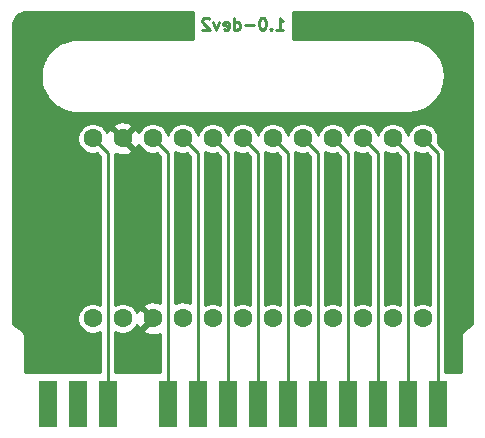
<source format=gbr>
G04 #@! TF.GenerationSoftware,KiCad,Pcbnew,(5.1.9-0-10_14)*
G04 #@! TF.CreationDate,2021-03-08T07:24:15-08:00*
G04 #@! TF.ProjectId,cart,63617274-2e6b-4696-9361-645f70636258,1.0-dev0*
G04 #@! TF.SameCoordinates,Original*
G04 #@! TF.FileFunction,Copper,L2,Bot*
G04 #@! TF.FilePolarity,Positive*
%FSLAX46Y46*%
G04 Gerber Fmt 4.6, Leading zero omitted, Abs format (unit mm)*
G04 Created by KiCad (PCBNEW (5.1.9-0-10_14)) date 2021-03-08 07:24:15*
%MOMM*%
%LPD*%
G01*
G04 APERTURE LIST*
G04 #@! TA.AperFunction,NonConductor*
%ADD10C,0.228600*%
G04 #@! TD*
G04 #@! TA.AperFunction,ConnectorPad*
%ADD11R,1.600000X4.000000*%
G04 #@! TD*
G04 #@! TA.AperFunction,ComponentPad*
%ADD12C,1.600000*%
G04 #@! TD*
G04 #@! TA.AperFunction,ViaPad*
%ADD13C,0.600000*%
G04 #@! TD*
G04 #@! TA.AperFunction,Conductor*
%ADD14C,0.254000*%
G04 #@! TD*
G04 #@! TA.AperFunction,Conductor*
%ADD15C,0.100000*%
G04 #@! TD*
G04 APERTURE END LIST*
D10*
X142530285Y-94947619D02*
X143110857Y-94947619D01*
X142820571Y-94947619D02*
X142820571Y-93931619D01*
X142917333Y-94076761D01*
X143014095Y-94173523D01*
X143110857Y-94221904D01*
X142094857Y-94850857D02*
X142046476Y-94899238D01*
X142094857Y-94947619D01*
X142143238Y-94899238D01*
X142094857Y-94850857D01*
X142094857Y-94947619D01*
X141417523Y-93931619D02*
X141320761Y-93931619D01*
X141224000Y-93980000D01*
X141175619Y-94028380D01*
X141127238Y-94125142D01*
X141078857Y-94318666D01*
X141078857Y-94560571D01*
X141127238Y-94754095D01*
X141175619Y-94850857D01*
X141224000Y-94899238D01*
X141320761Y-94947619D01*
X141417523Y-94947619D01*
X141514285Y-94899238D01*
X141562666Y-94850857D01*
X141611047Y-94754095D01*
X141659428Y-94560571D01*
X141659428Y-94318666D01*
X141611047Y-94125142D01*
X141562666Y-94028380D01*
X141514285Y-93980000D01*
X141417523Y-93931619D01*
X140643428Y-94560571D02*
X139869333Y-94560571D01*
X138950095Y-94947619D02*
X138950095Y-93931619D01*
X138950095Y-94899238D02*
X139046857Y-94947619D01*
X139240380Y-94947619D01*
X139337142Y-94899238D01*
X139385523Y-94850857D01*
X139433904Y-94754095D01*
X139433904Y-94463809D01*
X139385523Y-94367047D01*
X139337142Y-94318666D01*
X139240380Y-94270285D01*
X139046857Y-94270285D01*
X138950095Y-94318666D01*
X138079238Y-94899238D02*
X138176000Y-94947619D01*
X138369523Y-94947619D01*
X138466285Y-94899238D01*
X138514666Y-94802476D01*
X138514666Y-94415428D01*
X138466285Y-94318666D01*
X138369523Y-94270285D01*
X138176000Y-94270285D01*
X138079238Y-94318666D01*
X138030857Y-94415428D01*
X138030857Y-94512190D01*
X138514666Y-94608952D01*
X137692190Y-94270285D02*
X137450285Y-94947619D01*
X137208380Y-94270285D01*
X136869714Y-94028380D02*
X136821333Y-93980000D01*
X136724571Y-93931619D01*
X136482666Y-93931619D01*
X136385904Y-93980000D01*
X136337523Y-94028380D01*
X136289142Y-94125142D01*
X136289142Y-94221904D01*
X136337523Y-94367047D01*
X136918095Y-94947619D01*
X136289142Y-94947619D01*
D11*
X123190000Y-126619000D03*
X125730000Y-126619000D03*
X128270000Y-126619000D03*
X133350000Y-126619000D03*
X135890000Y-126619000D03*
X138430000Y-126619000D03*
X140970000Y-126619000D03*
X143510000Y-126619000D03*
X146050000Y-126619000D03*
X148590000Y-126619000D03*
X151130000Y-126619000D03*
X156210000Y-126619000D03*
X153670000Y-126619000D03*
D12*
X127000000Y-104140000D03*
X129540000Y-104140000D03*
X132080000Y-104140000D03*
X134620000Y-104140000D03*
X137160000Y-104140000D03*
X139700000Y-104140000D03*
X142240000Y-104140000D03*
X144780000Y-104140000D03*
X147320000Y-104140000D03*
X149860000Y-104140000D03*
X152400000Y-104140000D03*
X154940000Y-104140000D03*
X154940000Y-119380000D03*
X152400000Y-119380000D03*
X149860000Y-119380000D03*
X147320000Y-119380000D03*
X144780000Y-119380000D03*
X142240000Y-119380000D03*
X139700000Y-119380000D03*
X137160000Y-119380000D03*
X134620000Y-119380000D03*
X132080000Y-119380000D03*
X129540000Y-119380000D03*
X127000000Y-119380000D03*
D13*
X134620000Y-111760000D03*
X137160000Y-111760000D03*
X139700000Y-111760000D03*
X142240000Y-111760000D03*
X144780000Y-111760000D03*
X147320000Y-111760000D03*
X149860000Y-111760000D03*
X152400000Y-111760000D03*
X154940000Y-111760000D03*
X158115000Y-117475000D03*
X125095000Y-111760000D03*
D14*
X128270000Y-105410000D02*
X128270000Y-126619000D01*
X127000000Y-104140000D02*
X128270000Y-105410000D01*
X133350000Y-105410000D02*
X133350000Y-126619000D01*
X132080000Y-104140000D02*
X133350000Y-105410000D01*
X135890000Y-105410000D02*
X135890000Y-126619000D01*
X134620000Y-104140000D02*
X135890000Y-105410000D01*
X138430000Y-105410000D02*
X138430000Y-126619000D01*
X137160000Y-104140000D02*
X138430000Y-105410000D01*
X140970000Y-105410000D02*
X140970000Y-126619000D01*
X139700000Y-104140000D02*
X140970000Y-105410000D01*
X143510000Y-105410000D02*
X143510000Y-126619000D01*
X142240000Y-104140000D02*
X143510000Y-105410000D01*
X146050000Y-105410000D02*
X146050000Y-126619000D01*
X144780000Y-104140000D02*
X146050000Y-105410000D01*
X148590000Y-105410000D02*
X148590000Y-126619000D01*
X147320000Y-104140000D02*
X148590000Y-105410000D01*
X151130000Y-105410000D02*
X151130000Y-126619000D01*
X149860000Y-104140000D02*
X151130000Y-105410000D01*
X156210000Y-105410000D02*
X156210000Y-126619000D01*
X154940000Y-104140000D02*
X156210000Y-105410000D01*
X153670000Y-105410000D02*
X153670000Y-126619000D01*
X152400000Y-104140000D02*
X153670000Y-105410000D01*
X135473319Y-95702000D02*
X125700139Y-95702000D01*
X125698018Y-95702209D01*
X125690284Y-95702263D01*
X125662825Y-95705149D01*
X125635206Y-95705149D01*
X125626763Y-95706037D01*
X125134132Y-95761294D01*
X125080229Y-95772752D01*
X125026172Y-95783455D01*
X125018063Y-95785965D01*
X124545547Y-95935856D01*
X124494881Y-95957571D01*
X124443949Y-95978564D01*
X124436491Y-95982597D01*
X124436482Y-95982601D01*
X124436475Y-95982606D01*
X124002077Y-96221418D01*
X123956630Y-96252536D01*
X123910710Y-96283045D01*
X123904175Y-96288453D01*
X123904169Y-96288457D01*
X123904164Y-96288462D01*
X123524425Y-96607099D01*
X123485884Y-96646456D01*
X123446766Y-96685302D01*
X123441406Y-96691875D01*
X123441402Y-96691879D01*
X123441401Y-96691881D01*
X123130781Y-97078214D01*
X123100605Y-97124329D01*
X123069792Y-97170009D01*
X123065807Y-97177505D01*
X122836141Y-97616815D01*
X122815490Y-97667928D01*
X122794144Y-97718708D01*
X122791690Y-97726835D01*
X122651727Y-98202387D01*
X122641403Y-98256504D01*
X122630320Y-98310498D01*
X122629492Y-98318947D01*
X122584564Y-98812628D01*
X122584949Y-98867699D01*
X122584564Y-98922837D01*
X122585393Y-98931285D01*
X122637210Y-99424292D01*
X122648289Y-99478268D01*
X122658616Y-99532402D01*
X122661068Y-99540521D01*
X122661069Y-99540528D01*
X122661072Y-99540534D01*
X122807659Y-100014081D01*
X122829005Y-100064861D01*
X122849656Y-100115974D01*
X122853642Y-100123470D01*
X123089419Y-100559530D01*
X123120223Y-100605199D01*
X123150407Y-100651325D01*
X123155772Y-100657903D01*
X123471756Y-101039863D01*
X123510868Y-101078703D01*
X123549414Y-101118065D01*
X123555949Y-101123471D01*
X123555954Y-101123476D01*
X123555956Y-101123477D01*
X123940111Y-101436786D01*
X123985996Y-101467272D01*
X124031479Y-101498415D01*
X124038946Y-101502452D01*
X124476642Y-101735179D01*
X124527574Y-101756172D01*
X124578240Y-101777887D01*
X124586346Y-101780396D01*
X124586352Y-101780398D01*
X125060914Y-101923676D01*
X125114973Y-101934380D01*
X125168872Y-101945837D01*
X125177305Y-101946723D01*
X125177315Y-101946725D01*
X125177324Y-101946725D01*
X125670670Y-101995098D01*
X125670674Y-101995098D01*
X125700139Y-101998000D01*
X153699861Y-101998000D01*
X153701982Y-101997791D01*
X153709716Y-101997737D01*
X153737175Y-101994851D01*
X153764794Y-101994851D01*
X153773236Y-101993963D01*
X154265868Y-101938706D01*
X154319771Y-101927248D01*
X154373828Y-101916545D01*
X154381937Y-101914035D01*
X154854453Y-101764144D01*
X154905119Y-101742429D01*
X154956051Y-101721436D01*
X154963514Y-101717401D01*
X154963518Y-101717399D01*
X154963521Y-101717397D01*
X155397923Y-101478582D01*
X155443380Y-101447457D01*
X155489289Y-101416955D01*
X155495830Y-101411544D01*
X155875575Y-101092901D01*
X155914102Y-101053558D01*
X155953234Y-101014699D01*
X155958599Y-101008120D01*
X156269219Y-100621786D01*
X156299403Y-100575660D01*
X156330207Y-100529991D01*
X156334193Y-100522495D01*
X156563858Y-100083186D01*
X156584507Y-100032080D01*
X156605856Y-99981292D01*
X156608310Y-99973165D01*
X156748273Y-99497613D01*
X156758595Y-99443503D01*
X156769680Y-99389502D01*
X156770508Y-99381053D01*
X156815436Y-98887372D01*
X156815051Y-98832301D01*
X156815436Y-98777164D01*
X156814607Y-98768715D01*
X156762790Y-98275709D01*
X156751711Y-98221732D01*
X156741384Y-98167599D01*
X156738933Y-98159482D01*
X156738931Y-98159472D01*
X156738927Y-98159463D01*
X156592341Y-97685919D01*
X156570988Y-97635123D01*
X156550344Y-97584026D01*
X156546358Y-97576530D01*
X156310581Y-97140470D01*
X156279777Y-97094801D01*
X156249593Y-97048675D01*
X156244228Y-97042097D01*
X155928244Y-96660137D01*
X155889132Y-96621297D01*
X155850586Y-96581935D01*
X155844051Y-96576529D01*
X155844046Y-96576524D01*
X155844041Y-96576520D01*
X155459889Y-96263214D01*
X155414011Y-96232732D01*
X155368521Y-96201585D01*
X155361058Y-96197551D01*
X155361054Y-96197548D01*
X155361050Y-96197546D01*
X154923358Y-95964821D01*
X154872426Y-95943828D01*
X154821760Y-95922113D01*
X154813654Y-95919604D01*
X154813648Y-95919602D01*
X154339086Y-95776324D01*
X154285052Y-95765625D01*
X154231128Y-95754163D01*
X154222686Y-95753276D01*
X153729331Y-95704902D01*
X153729326Y-95704902D01*
X153699861Y-95702000D01*
X143926681Y-95702000D01*
X143926681Y-93441000D01*
X157942266Y-93441000D01*
X158198689Y-93466143D01*
X158416740Y-93531976D01*
X158617855Y-93638911D01*
X158794370Y-93782873D01*
X158939557Y-93958375D01*
X159047893Y-94158738D01*
X159115248Y-94376326D01*
X159142000Y-94630858D01*
X159142001Y-119840896D01*
X158420334Y-120390807D01*
X158410579Y-120396021D01*
X158372756Y-120427062D01*
X158357746Y-120438499D01*
X158349713Y-120445972D01*
X158317999Y-120471999D01*
X158305935Y-120486699D01*
X158292027Y-120499638D01*
X158268040Y-120532875D01*
X158242021Y-120564580D01*
X158233060Y-120581344D01*
X158221940Y-120596753D01*
X158204895Y-120634038D01*
X158185564Y-120670204D01*
X158180046Y-120688393D01*
X158172145Y-120705677D01*
X158162701Y-120745575D01*
X158150798Y-120784812D01*
X158148935Y-120803726D01*
X158144557Y-120822221D01*
X158143078Y-120863199D01*
X158142000Y-120874140D01*
X158142000Y-120893046D01*
X158140236Y-120941907D01*
X158142000Y-120952819D01*
X158142000Y-123888500D01*
X156845000Y-123888500D01*
X156845000Y-105441180D01*
X156848071Y-105409999D01*
X156845000Y-105378818D01*
X156845000Y-105378808D01*
X156835812Y-105285518D01*
X156799502Y-105165820D01*
X156740538Y-105055507D01*
X156740537Y-105055505D01*
X156681068Y-104983043D01*
X156661185Y-104958815D01*
X156636956Y-104938931D01*
X156201354Y-104503330D01*
X156248000Y-104268827D01*
X156248000Y-104011173D01*
X156197734Y-103758470D01*
X156099135Y-103520430D01*
X155955990Y-103306199D01*
X155773801Y-103124010D01*
X155559570Y-102980865D01*
X155321530Y-102882266D01*
X155068827Y-102832000D01*
X154811173Y-102832000D01*
X154558470Y-102882266D01*
X154320430Y-102980865D01*
X154106199Y-103124010D01*
X153924010Y-103306199D01*
X153780865Y-103520430D01*
X153682266Y-103758470D01*
X153670000Y-103820135D01*
X153657734Y-103758470D01*
X153559135Y-103520430D01*
X153415990Y-103306199D01*
X153233801Y-103124010D01*
X153019570Y-102980865D01*
X152781530Y-102882266D01*
X152528827Y-102832000D01*
X152271173Y-102832000D01*
X152018470Y-102882266D01*
X151780430Y-102980865D01*
X151566199Y-103124010D01*
X151384010Y-103306199D01*
X151240865Y-103520430D01*
X151142266Y-103758470D01*
X151130000Y-103820135D01*
X151117734Y-103758470D01*
X151019135Y-103520430D01*
X150875990Y-103306199D01*
X150693801Y-103124010D01*
X150479570Y-102980865D01*
X150241530Y-102882266D01*
X149988827Y-102832000D01*
X149731173Y-102832000D01*
X149478470Y-102882266D01*
X149240430Y-102980865D01*
X149026199Y-103124010D01*
X148844010Y-103306199D01*
X148700865Y-103520430D01*
X148602266Y-103758470D01*
X148590000Y-103820135D01*
X148577734Y-103758470D01*
X148479135Y-103520430D01*
X148335990Y-103306199D01*
X148153801Y-103124010D01*
X147939570Y-102980865D01*
X147701530Y-102882266D01*
X147448827Y-102832000D01*
X147191173Y-102832000D01*
X146938470Y-102882266D01*
X146700430Y-102980865D01*
X146486199Y-103124010D01*
X146304010Y-103306199D01*
X146160865Y-103520430D01*
X146062266Y-103758470D01*
X146050000Y-103820135D01*
X146037734Y-103758470D01*
X145939135Y-103520430D01*
X145795990Y-103306199D01*
X145613801Y-103124010D01*
X145399570Y-102980865D01*
X145161530Y-102882266D01*
X144908827Y-102832000D01*
X144651173Y-102832000D01*
X144398470Y-102882266D01*
X144160430Y-102980865D01*
X143946199Y-103124010D01*
X143764010Y-103306199D01*
X143620865Y-103520430D01*
X143522266Y-103758470D01*
X143510000Y-103820135D01*
X143497734Y-103758470D01*
X143399135Y-103520430D01*
X143255990Y-103306199D01*
X143073801Y-103124010D01*
X142859570Y-102980865D01*
X142621530Y-102882266D01*
X142368827Y-102832000D01*
X142111173Y-102832000D01*
X141858470Y-102882266D01*
X141620430Y-102980865D01*
X141406199Y-103124010D01*
X141224010Y-103306199D01*
X141080865Y-103520430D01*
X140982266Y-103758470D01*
X140970000Y-103820135D01*
X140957734Y-103758470D01*
X140859135Y-103520430D01*
X140715990Y-103306199D01*
X140533801Y-103124010D01*
X140319570Y-102980865D01*
X140081530Y-102882266D01*
X139828827Y-102832000D01*
X139571173Y-102832000D01*
X139318470Y-102882266D01*
X139080430Y-102980865D01*
X138866199Y-103124010D01*
X138684010Y-103306199D01*
X138540865Y-103520430D01*
X138442266Y-103758470D01*
X138430000Y-103820135D01*
X138417734Y-103758470D01*
X138319135Y-103520430D01*
X138175990Y-103306199D01*
X137993801Y-103124010D01*
X137779570Y-102980865D01*
X137541530Y-102882266D01*
X137288827Y-102832000D01*
X137031173Y-102832000D01*
X136778470Y-102882266D01*
X136540430Y-102980865D01*
X136326199Y-103124010D01*
X136144010Y-103306199D01*
X136000865Y-103520430D01*
X135902266Y-103758470D01*
X135890000Y-103820135D01*
X135877734Y-103758470D01*
X135779135Y-103520430D01*
X135635990Y-103306199D01*
X135453801Y-103124010D01*
X135239570Y-102980865D01*
X135001530Y-102882266D01*
X134748827Y-102832000D01*
X134491173Y-102832000D01*
X134238470Y-102882266D01*
X134000430Y-102980865D01*
X133786199Y-103124010D01*
X133604010Y-103306199D01*
X133460865Y-103520430D01*
X133362266Y-103758470D01*
X133350000Y-103820135D01*
X133337734Y-103758470D01*
X133239135Y-103520430D01*
X133095990Y-103306199D01*
X132913801Y-103124010D01*
X132699570Y-102980865D01*
X132461530Y-102882266D01*
X132208827Y-102832000D01*
X131951173Y-102832000D01*
X131698470Y-102882266D01*
X131460430Y-102980865D01*
X131246199Y-103124010D01*
X131064010Y-103306199D01*
X130920865Y-103520430D01*
X130878772Y-103622051D01*
X130843603Y-103523708D01*
X130776671Y-103398486D01*
X130532702Y-103326903D01*
X129719605Y-104140000D01*
X130532702Y-104953097D01*
X130776671Y-104881514D01*
X130880492Y-104662100D01*
X130920865Y-104759570D01*
X131064010Y-104973801D01*
X131246199Y-105155990D01*
X131460430Y-105299135D01*
X131698470Y-105397734D01*
X131951173Y-105448000D01*
X132208827Y-105448000D01*
X132443330Y-105401354D01*
X132715000Y-105673025D01*
X132715001Y-118092930D01*
X132566004Y-118022429D01*
X132291816Y-117953700D01*
X132009488Y-117939783D01*
X131729870Y-117981213D01*
X131463708Y-118076397D01*
X131338486Y-118143329D01*
X131266903Y-118387298D01*
X132080000Y-119200395D01*
X132094143Y-119186253D01*
X132273748Y-119365858D01*
X132259605Y-119380000D01*
X132273748Y-119394143D01*
X132094143Y-119573748D01*
X132080000Y-119559605D01*
X131266903Y-120372702D01*
X131338486Y-120616671D01*
X131593996Y-120737571D01*
X131868184Y-120806300D01*
X132150512Y-120820217D01*
X132430130Y-120778787D01*
X132696292Y-120683603D01*
X132715001Y-120673603D01*
X132715001Y-123888500D01*
X128905000Y-123888500D01*
X128905000Y-120528825D01*
X128920430Y-120539135D01*
X129158470Y-120637734D01*
X129411173Y-120688000D01*
X129668827Y-120688000D01*
X129921530Y-120637734D01*
X130159570Y-120539135D01*
X130373801Y-120395990D01*
X130555990Y-120213801D01*
X130699135Y-119999570D01*
X130741228Y-119897949D01*
X130776397Y-119996292D01*
X130843329Y-120121514D01*
X131087298Y-120193097D01*
X131900395Y-119380000D01*
X131087298Y-118566903D01*
X130843329Y-118638486D01*
X130739508Y-118857900D01*
X130699135Y-118760430D01*
X130555990Y-118546199D01*
X130373801Y-118364010D01*
X130159570Y-118220865D01*
X129921530Y-118122266D01*
X129668827Y-118072000D01*
X129411173Y-118072000D01*
X129158470Y-118122266D01*
X128920430Y-118220865D01*
X128905000Y-118231175D01*
X128905000Y-105441180D01*
X128906328Y-105427699D01*
X129053996Y-105497571D01*
X129328184Y-105566300D01*
X129610512Y-105580217D01*
X129890130Y-105538787D01*
X130156292Y-105443603D01*
X130281514Y-105376671D01*
X130353097Y-105132702D01*
X129540000Y-104319605D01*
X129525858Y-104333748D01*
X129346253Y-104154143D01*
X129360395Y-104140000D01*
X128547298Y-103326903D01*
X128303329Y-103398486D01*
X128199508Y-103617900D01*
X128159135Y-103520430D01*
X128015990Y-103306199D01*
X127857089Y-103147298D01*
X128726903Y-103147298D01*
X129540000Y-103960395D01*
X130353097Y-103147298D01*
X130281514Y-102903329D01*
X130026004Y-102782429D01*
X129751816Y-102713700D01*
X129469488Y-102699783D01*
X129189870Y-102741213D01*
X128923708Y-102836397D01*
X128798486Y-102903329D01*
X128726903Y-103147298D01*
X127857089Y-103147298D01*
X127833801Y-103124010D01*
X127619570Y-102980865D01*
X127381530Y-102882266D01*
X127128827Y-102832000D01*
X126871173Y-102832000D01*
X126618470Y-102882266D01*
X126380430Y-102980865D01*
X126166199Y-103124010D01*
X125984010Y-103306199D01*
X125840865Y-103520430D01*
X125742266Y-103758470D01*
X125692000Y-104011173D01*
X125692000Y-104268827D01*
X125742266Y-104521530D01*
X125840865Y-104759570D01*
X125984010Y-104973801D01*
X126166199Y-105155990D01*
X126380430Y-105299135D01*
X126618470Y-105397734D01*
X126871173Y-105448000D01*
X127128827Y-105448000D01*
X127363330Y-105401354D01*
X127635000Y-105673025D01*
X127635001Y-118231175D01*
X127619570Y-118220865D01*
X127381530Y-118122266D01*
X127128827Y-118072000D01*
X126871173Y-118072000D01*
X126618470Y-118122266D01*
X126380430Y-118220865D01*
X126166199Y-118364010D01*
X125984010Y-118546199D01*
X125840865Y-118760430D01*
X125742266Y-118998470D01*
X125692000Y-119251173D01*
X125692000Y-119508827D01*
X125742266Y-119761530D01*
X125840865Y-119999570D01*
X125984010Y-120213801D01*
X126166199Y-120395990D01*
X126380430Y-120539135D01*
X126618470Y-120637734D01*
X126871173Y-120688000D01*
X127128827Y-120688000D01*
X127381530Y-120637734D01*
X127619570Y-120539135D01*
X127635001Y-120528824D01*
X127635001Y-123888500D01*
X121258000Y-123888500D01*
X121258000Y-120949819D01*
X121259764Y-120938907D01*
X121258000Y-120890046D01*
X121258000Y-120871139D01*
X121256922Y-120860198D01*
X121255443Y-120819220D01*
X121251065Y-120800725D01*
X121249202Y-120781811D01*
X121237299Y-120742574D01*
X121227855Y-120702676D01*
X121219954Y-120685392D01*
X121214436Y-120667203D01*
X121195105Y-120631037D01*
X121178060Y-120593752D01*
X121166940Y-120578343D01*
X121157979Y-120561579D01*
X121131962Y-120529877D01*
X121107973Y-120496637D01*
X121094062Y-120483695D01*
X121082001Y-120468999D01*
X121050298Y-120442982D01*
X121042254Y-120435498D01*
X121027219Y-120424042D01*
X120989420Y-120393021D01*
X120979672Y-120387811D01*
X120258000Y-119837897D01*
X120258000Y-94640734D01*
X120283143Y-94384311D01*
X120348976Y-94166260D01*
X120455911Y-93965145D01*
X120599873Y-93788630D01*
X120775375Y-93643443D01*
X120975738Y-93535107D01*
X121193326Y-93467752D01*
X121447858Y-93441000D01*
X135473319Y-93441000D01*
X135473319Y-95702000D01*
G04 #@! TA.AperFunction,Conductor*
D15*
G36*
X135473319Y-95702000D02*
G01*
X125700139Y-95702000D01*
X125698018Y-95702209D01*
X125690284Y-95702263D01*
X125662825Y-95705149D01*
X125635206Y-95705149D01*
X125626763Y-95706037D01*
X125134132Y-95761294D01*
X125080229Y-95772752D01*
X125026172Y-95783455D01*
X125018063Y-95785965D01*
X124545547Y-95935856D01*
X124494881Y-95957571D01*
X124443949Y-95978564D01*
X124436491Y-95982597D01*
X124436482Y-95982601D01*
X124436475Y-95982606D01*
X124002077Y-96221418D01*
X123956630Y-96252536D01*
X123910710Y-96283045D01*
X123904175Y-96288453D01*
X123904169Y-96288457D01*
X123904164Y-96288462D01*
X123524425Y-96607099D01*
X123485884Y-96646456D01*
X123446766Y-96685302D01*
X123441406Y-96691875D01*
X123441402Y-96691879D01*
X123441401Y-96691881D01*
X123130781Y-97078214D01*
X123100605Y-97124329D01*
X123069792Y-97170009D01*
X123065807Y-97177505D01*
X122836141Y-97616815D01*
X122815490Y-97667928D01*
X122794144Y-97718708D01*
X122791690Y-97726835D01*
X122651727Y-98202387D01*
X122641403Y-98256504D01*
X122630320Y-98310498D01*
X122629492Y-98318947D01*
X122584564Y-98812628D01*
X122584949Y-98867699D01*
X122584564Y-98922837D01*
X122585393Y-98931285D01*
X122637210Y-99424292D01*
X122648289Y-99478268D01*
X122658616Y-99532402D01*
X122661068Y-99540521D01*
X122661069Y-99540528D01*
X122661072Y-99540534D01*
X122807659Y-100014081D01*
X122829005Y-100064861D01*
X122849656Y-100115974D01*
X122853642Y-100123470D01*
X123089419Y-100559530D01*
X123120223Y-100605199D01*
X123150407Y-100651325D01*
X123155772Y-100657903D01*
X123471756Y-101039863D01*
X123510868Y-101078703D01*
X123549414Y-101118065D01*
X123555949Y-101123471D01*
X123555954Y-101123476D01*
X123555956Y-101123477D01*
X123940111Y-101436786D01*
X123985996Y-101467272D01*
X124031479Y-101498415D01*
X124038946Y-101502452D01*
X124476642Y-101735179D01*
X124527574Y-101756172D01*
X124578240Y-101777887D01*
X124586346Y-101780396D01*
X124586352Y-101780398D01*
X125060914Y-101923676D01*
X125114973Y-101934380D01*
X125168872Y-101945837D01*
X125177305Y-101946723D01*
X125177315Y-101946725D01*
X125177324Y-101946725D01*
X125670670Y-101995098D01*
X125670674Y-101995098D01*
X125700139Y-101998000D01*
X153699861Y-101998000D01*
X153701982Y-101997791D01*
X153709716Y-101997737D01*
X153737175Y-101994851D01*
X153764794Y-101994851D01*
X153773236Y-101993963D01*
X154265868Y-101938706D01*
X154319771Y-101927248D01*
X154373828Y-101916545D01*
X154381937Y-101914035D01*
X154854453Y-101764144D01*
X154905119Y-101742429D01*
X154956051Y-101721436D01*
X154963514Y-101717401D01*
X154963518Y-101717399D01*
X154963521Y-101717397D01*
X155397923Y-101478582D01*
X155443380Y-101447457D01*
X155489289Y-101416955D01*
X155495830Y-101411544D01*
X155875575Y-101092901D01*
X155914102Y-101053558D01*
X155953234Y-101014699D01*
X155958599Y-101008120D01*
X156269219Y-100621786D01*
X156299403Y-100575660D01*
X156330207Y-100529991D01*
X156334193Y-100522495D01*
X156563858Y-100083186D01*
X156584507Y-100032080D01*
X156605856Y-99981292D01*
X156608310Y-99973165D01*
X156748273Y-99497613D01*
X156758595Y-99443503D01*
X156769680Y-99389502D01*
X156770508Y-99381053D01*
X156815436Y-98887372D01*
X156815051Y-98832301D01*
X156815436Y-98777164D01*
X156814607Y-98768715D01*
X156762790Y-98275709D01*
X156751711Y-98221732D01*
X156741384Y-98167599D01*
X156738933Y-98159482D01*
X156738931Y-98159472D01*
X156738927Y-98159463D01*
X156592341Y-97685919D01*
X156570988Y-97635123D01*
X156550344Y-97584026D01*
X156546358Y-97576530D01*
X156310581Y-97140470D01*
X156279777Y-97094801D01*
X156249593Y-97048675D01*
X156244228Y-97042097D01*
X155928244Y-96660137D01*
X155889132Y-96621297D01*
X155850586Y-96581935D01*
X155844051Y-96576529D01*
X155844046Y-96576524D01*
X155844041Y-96576520D01*
X155459889Y-96263214D01*
X155414011Y-96232732D01*
X155368521Y-96201585D01*
X155361058Y-96197551D01*
X155361054Y-96197548D01*
X155361050Y-96197546D01*
X154923358Y-95964821D01*
X154872426Y-95943828D01*
X154821760Y-95922113D01*
X154813654Y-95919604D01*
X154813648Y-95919602D01*
X154339086Y-95776324D01*
X154285052Y-95765625D01*
X154231128Y-95754163D01*
X154222686Y-95753276D01*
X153729331Y-95704902D01*
X153729326Y-95704902D01*
X153699861Y-95702000D01*
X143926681Y-95702000D01*
X143926681Y-93441000D01*
X157942266Y-93441000D01*
X158198689Y-93466143D01*
X158416740Y-93531976D01*
X158617855Y-93638911D01*
X158794370Y-93782873D01*
X158939557Y-93958375D01*
X159047893Y-94158738D01*
X159115248Y-94376326D01*
X159142000Y-94630858D01*
X159142001Y-119840896D01*
X158420334Y-120390807D01*
X158410579Y-120396021D01*
X158372756Y-120427062D01*
X158357746Y-120438499D01*
X158349713Y-120445972D01*
X158317999Y-120471999D01*
X158305935Y-120486699D01*
X158292027Y-120499638D01*
X158268040Y-120532875D01*
X158242021Y-120564580D01*
X158233060Y-120581344D01*
X158221940Y-120596753D01*
X158204895Y-120634038D01*
X158185564Y-120670204D01*
X158180046Y-120688393D01*
X158172145Y-120705677D01*
X158162701Y-120745575D01*
X158150798Y-120784812D01*
X158148935Y-120803726D01*
X158144557Y-120822221D01*
X158143078Y-120863199D01*
X158142000Y-120874140D01*
X158142000Y-120893046D01*
X158140236Y-120941907D01*
X158142000Y-120952819D01*
X158142000Y-123888500D01*
X156845000Y-123888500D01*
X156845000Y-105441180D01*
X156848071Y-105409999D01*
X156845000Y-105378818D01*
X156845000Y-105378808D01*
X156835812Y-105285518D01*
X156799502Y-105165820D01*
X156740538Y-105055507D01*
X156740537Y-105055505D01*
X156681068Y-104983043D01*
X156661185Y-104958815D01*
X156636956Y-104938931D01*
X156201354Y-104503330D01*
X156248000Y-104268827D01*
X156248000Y-104011173D01*
X156197734Y-103758470D01*
X156099135Y-103520430D01*
X155955990Y-103306199D01*
X155773801Y-103124010D01*
X155559570Y-102980865D01*
X155321530Y-102882266D01*
X155068827Y-102832000D01*
X154811173Y-102832000D01*
X154558470Y-102882266D01*
X154320430Y-102980865D01*
X154106199Y-103124010D01*
X153924010Y-103306199D01*
X153780865Y-103520430D01*
X153682266Y-103758470D01*
X153670000Y-103820135D01*
X153657734Y-103758470D01*
X153559135Y-103520430D01*
X153415990Y-103306199D01*
X153233801Y-103124010D01*
X153019570Y-102980865D01*
X152781530Y-102882266D01*
X152528827Y-102832000D01*
X152271173Y-102832000D01*
X152018470Y-102882266D01*
X151780430Y-102980865D01*
X151566199Y-103124010D01*
X151384010Y-103306199D01*
X151240865Y-103520430D01*
X151142266Y-103758470D01*
X151130000Y-103820135D01*
X151117734Y-103758470D01*
X151019135Y-103520430D01*
X150875990Y-103306199D01*
X150693801Y-103124010D01*
X150479570Y-102980865D01*
X150241530Y-102882266D01*
X149988827Y-102832000D01*
X149731173Y-102832000D01*
X149478470Y-102882266D01*
X149240430Y-102980865D01*
X149026199Y-103124010D01*
X148844010Y-103306199D01*
X148700865Y-103520430D01*
X148602266Y-103758470D01*
X148590000Y-103820135D01*
X148577734Y-103758470D01*
X148479135Y-103520430D01*
X148335990Y-103306199D01*
X148153801Y-103124010D01*
X147939570Y-102980865D01*
X147701530Y-102882266D01*
X147448827Y-102832000D01*
X147191173Y-102832000D01*
X146938470Y-102882266D01*
X146700430Y-102980865D01*
X146486199Y-103124010D01*
X146304010Y-103306199D01*
X146160865Y-103520430D01*
X146062266Y-103758470D01*
X146050000Y-103820135D01*
X146037734Y-103758470D01*
X145939135Y-103520430D01*
X145795990Y-103306199D01*
X145613801Y-103124010D01*
X145399570Y-102980865D01*
X145161530Y-102882266D01*
X144908827Y-102832000D01*
X144651173Y-102832000D01*
X144398470Y-102882266D01*
X144160430Y-102980865D01*
X143946199Y-103124010D01*
X143764010Y-103306199D01*
X143620865Y-103520430D01*
X143522266Y-103758470D01*
X143510000Y-103820135D01*
X143497734Y-103758470D01*
X143399135Y-103520430D01*
X143255990Y-103306199D01*
X143073801Y-103124010D01*
X142859570Y-102980865D01*
X142621530Y-102882266D01*
X142368827Y-102832000D01*
X142111173Y-102832000D01*
X141858470Y-102882266D01*
X141620430Y-102980865D01*
X141406199Y-103124010D01*
X141224010Y-103306199D01*
X141080865Y-103520430D01*
X140982266Y-103758470D01*
X140970000Y-103820135D01*
X140957734Y-103758470D01*
X140859135Y-103520430D01*
X140715990Y-103306199D01*
X140533801Y-103124010D01*
X140319570Y-102980865D01*
X140081530Y-102882266D01*
X139828827Y-102832000D01*
X139571173Y-102832000D01*
X139318470Y-102882266D01*
X139080430Y-102980865D01*
X138866199Y-103124010D01*
X138684010Y-103306199D01*
X138540865Y-103520430D01*
X138442266Y-103758470D01*
X138430000Y-103820135D01*
X138417734Y-103758470D01*
X138319135Y-103520430D01*
X138175990Y-103306199D01*
X137993801Y-103124010D01*
X137779570Y-102980865D01*
X137541530Y-102882266D01*
X137288827Y-102832000D01*
X137031173Y-102832000D01*
X136778470Y-102882266D01*
X136540430Y-102980865D01*
X136326199Y-103124010D01*
X136144010Y-103306199D01*
X136000865Y-103520430D01*
X135902266Y-103758470D01*
X135890000Y-103820135D01*
X135877734Y-103758470D01*
X135779135Y-103520430D01*
X135635990Y-103306199D01*
X135453801Y-103124010D01*
X135239570Y-102980865D01*
X135001530Y-102882266D01*
X134748827Y-102832000D01*
X134491173Y-102832000D01*
X134238470Y-102882266D01*
X134000430Y-102980865D01*
X133786199Y-103124010D01*
X133604010Y-103306199D01*
X133460865Y-103520430D01*
X133362266Y-103758470D01*
X133350000Y-103820135D01*
X133337734Y-103758470D01*
X133239135Y-103520430D01*
X133095990Y-103306199D01*
X132913801Y-103124010D01*
X132699570Y-102980865D01*
X132461530Y-102882266D01*
X132208827Y-102832000D01*
X131951173Y-102832000D01*
X131698470Y-102882266D01*
X131460430Y-102980865D01*
X131246199Y-103124010D01*
X131064010Y-103306199D01*
X130920865Y-103520430D01*
X130878772Y-103622051D01*
X130843603Y-103523708D01*
X130776671Y-103398486D01*
X130532702Y-103326903D01*
X129719605Y-104140000D01*
X130532702Y-104953097D01*
X130776671Y-104881514D01*
X130880492Y-104662100D01*
X130920865Y-104759570D01*
X131064010Y-104973801D01*
X131246199Y-105155990D01*
X131460430Y-105299135D01*
X131698470Y-105397734D01*
X131951173Y-105448000D01*
X132208827Y-105448000D01*
X132443330Y-105401354D01*
X132715000Y-105673025D01*
X132715001Y-118092930D01*
X132566004Y-118022429D01*
X132291816Y-117953700D01*
X132009488Y-117939783D01*
X131729870Y-117981213D01*
X131463708Y-118076397D01*
X131338486Y-118143329D01*
X131266903Y-118387298D01*
X132080000Y-119200395D01*
X132094143Y-119186253D01*
X132273748Y-119365858D01*
X132259605Y-119380000D01*
X132273748Y-119394143D01*
X132094143Y-119573748D01*
X132080000Y-119559605D01*
X131266903Y-120372702D01*
X131338486Y-120616671D01*
X131593996Y-120737571D01*
X131868184Y-120806300D01*
X132150512Y-120820217D01*
X132430130Y-120778787D01*
X132696292Y-120683603D01*
X132715001Y-120673603D01*
X132715001Y-123888500D01*
X128905000Y-123888500D01*
X128905000Y-120528825D01*
X128920430Y-120539135D01*
X129158470Y-120637734D01*
X129411173Y-120688000D01*
X129668827Y-120688000D01*
X129921530Y-120637734D01*
X130159570Y-120539135D01*
X130373801Y-120395990D01*
X130555990Y-120213801D01*
X130699135Y-119999570D01*
X130741228Y-119897949D01*
X130776397Y-119996292D01*
X130843329Y-120121514D01*
X131087298Y-120193097D01*
X131900395Y-119380000D01*
X131087298Y-118566903D01*
X130843329Y-118638486D01*
X130739508Y-118857900D01*
X130699135Y-118760430D01*
X130555990Y-118546199D01*
X130373801Y-118364010D01*
X130159570Y-118220865D01*
X129921530Y-118122266D01*
X129668827Y-118072000D01*
X129411173Y-118072000D01*
X129158470Y-118122266D01*
X128920430Y-118220865D01*
X128905000Y-118231175D01*
X128905000Y-105441180D01*
X128906328Y-105427699D01*
X129053996Y-105497571D01*
X129328184Y-105566300D01*
X129610512Y-105580217D01*
X129890130Y-105538787D01*
X130156292Y-105443603D01*
X130281514Y-105376671D01*
X130353097Y-105132702D01*
X129540000Y-104319605D01*
X129525858Y-104333748D01*
X129346253Y-104154143D01*
X129360395Y-104140000D01*
X128547298Y-103326903D01*
X128303329Y-103398486D01*
X128199508Y-103617900D01*
X128159135Y-103520430D01*
X128015990Y-103306199D01*
X127857089Y-103147298D01*
X128726903Y-103147298D01*
X129540000Y-103960395D01*
X130353097Y-103147298D01*
X130281514Y-102903329D01*
X130026004Y-102782429D01*
X129751816Y-102713700D01*
X129469488Y-102699783D01*
X129189870Y-102741213D01*
X128923708Y-102836397D01*
X128798486Y-102903329D01*
X128726903Y-103147298D01*
X127857089Y-103147298D01*
X127833801Y-103124010D01*
X127619570Y-102980865D01*
X127381530Y-102882266D01*
X127128827Y-102832000D01*
X126871173Y-102832000D01*
X126618470Y-102882266D01*
X126380430Y-102980865D01*
X126166199Y-103124010D01*
X125984010Y-103306199D01*
X125840865Y-103520430D01*
X125742266Y-103758470D01*
X125692000Y-104011173D01*
X125692000Y-104268827D01*
X125742266Y-104521530D01*
X125840865Y-104759570D01*
X125984010Y-104973801D01*
X126166199Y-105155990D01*
X126380430Y-105299135D01*
X126618470Y-105397734D01*
X126871173Y-105448000D01*
X127128827Y-105448000D01*
X127363330Y-105401354D01*
X127635000Y-105673025D01*
X127635001Y-118231175D01*
X127619570Y-118220865D01*
X127381530Y-118122266D01*
X127128827Y-118072000D01*
X126871173Y-118072000D01*
X126618470Y-118122266D01*
X126380430Y-118220865D01*
X126166199Y-118364010D01*
X125984010Y-118546199D01*
X125840865Y-118760430D01*
X125742266Y-118998470D01*
X125692000Y-119251173D01*
X125692000Y-119508827D01*
X125742266Y-119761530D01*
X125840865Y-119999570D01*
X125984010Y-120213801D01*
X126166199Y-120395990D01*
X126380430Y-120539135D01*
X126618470Y-120637734D01*
X126871173Y-120688000D01*
X127128827Y-120688000D01*
X127381530Y-120637734D01*
X127619570Y-120539135D01*
X127635001Y-120528824D01*
X127635001Y-123888500D01*
X121258000Y-123888500D01*
X121258000Y-120949819D01*
X121259764Y-120938907D01*
X121258000Y-120890046D01*
X121258000Y-120871139D01*
X121256922Y-120860198D01*
X121255443Y-120819220D01*
X121251065Y-120800725D01*
X121249202Y-120781811D01*
X121237299Y-120742574D01*
X121227855Y-120702676D01*
X121219954Y-120685392D01*
X121214436Y-120667203D01*
X121195105Y-120631037D01*
X121178060Y-120593752D01*
X121166940Y-120578343D01*
X121157979Y-120561579D01*
X121131962Y-120529877D01*
X121107973Y-120496637D01*
X121094062Y-120483695D01*
X121082001Y-120468999D01*
X121050298Y-120442982D01*
X121042254Y-120435498D01*
X121027219Y-120424042D01*
X120989420Y-120393021D01*
X120979672Y-120387811D01*
X120258000Y-119837897D01*
X120258000Y-94640734D01*
X120283143Y-94384311D01*
X120348976Y-94166260D01*
X120455911Y-93965145D01*
X120599873Y-93788630D01*
X120775375Y-93643443D01*
X120975738Y-93535107D01*
X121193326Y-93467752D01*
X121447858Y-93441000D01*
X135473319Y-93441000D01*
X135473319Y-95702000D01*
G37*
G04 #@! TD.AperFunction*
D14*
X134813748Y-119365858D02*
X134799605Y-119380000D01*
X134813748Y-119394143D01*
X134634143Y-119573748D01*
X134620000Y-119559605D01*
X134605858Y-119573748D01*
X134426253Y-119394143D01*
X134440395Y-119380000D01*
X134426253Y-119365858D01*
X134605858Y-119186253D01*
X134620000Y-119200395D01*
X134634143Y-119186253D01*
X134813748Y-119365858D01*
G04 #@! TA.AperFunction,Conductor*
D15*
G36*
X134813748Y-119365858D02*
G01*
X134799605Y-119380000D01*
X134813748Y-119394143D01*
X134634143Y-119573748D01*
X134620000Y-119559605D01*
X134605858Y-119573748D01*
X134426253Y-119394143D01*
X134440395Y-119380000D01*
X134426253Y-119365858D01*
X134605858Y-119186253D01*
X134620000Y-119200395D01*
X134634143Y-119186253D01*
X134813748Y-119365858D01*
G37*
G04 #@! TD.AperFunction*
D14*
X154320430Y-105299135D02*
X154558470Y-105397734D01*
X154811173Y-105448000D01*
X155068827Y-105448000D01*
X155303330Y-105401354D01*
X155575000Y-105673025D01*
X155575001Y-118231175D01*
X155559570Y-118220865D01*
X155321530Y-118122266D01*
X155068827Y-118072000D01*
X154811173Y-118072000D01*
X154558470Y-118122266D01*
X154320430Y-118220865D01*
X154305000Y-118231175D01*
X154305000Y-105441180D01*
X154308071Y-105409999D01*
X154305000Y-105378818D01*
X154305000Y-105378808D01*
X154295812Y-105285518D01*
X154294734Y-105281966D01*
X154320430Y-105299135D01*
G04 #@! TA.AperFunction,Conductor*
D15*
G36*
X154320430Y-105299135D02*
G01*
X154558470Y-105397734D01*
X154811173Y-105448000D01*
X155068827Y-105448000D01*
X155303330Y-105401354D01*
X155575000Y-105673025D01*
X155575001Y-118231175D01*
X155559570Y-118220865D01*
X155321530Y-118122266D01*
X155068827Y-118072000D01*
X154811173Y-118072000D01*
X154558470Y-118122266D01*
X154320430Y-118220865D01*
X154305000Y-118231175D01*
X154305000Y-105441180D01*
X154308071Y-105409999D01*
X154305000Y-105378818D01*
X154305000Y-105378808D01*
X154295812Y-105285518D01*
X154294734Y-105281966D01*
X154320430Y-105299135D01*
G37*
G04 #@! TD.AperFunction*
D14*
X144160430Y-105299135D02*
X144398470Y-105397734D01*
X144651173Y-105448000D01*
X144908827Y-105448000D01*
X145143330Y-105401354D01*
X145415000Y-105673025D01*
X145415001Y-118231175D01*
X145399570Y-118220865D01*
X145161530Y-118122266D01*
X144908827Y-118072000D01*
X144651173Y-118072000D01*
X144398470Y-118122266D01*
X144160430Y-118220865D01*
X144145000Y-118231175D01*
X144145000Y-105441180D01*
X144148071Y-105409999D01*
X144145000Y-105378818D01*
X144145000Y-105378808D01*
X144135812Y-105285518D01*
X144134734Y-105281966D01*
X144160430Y-105299135D01*
G04 #@! TA.AperFunction,Conductor*
D15*
G36*
X144160430Y-105299135D02*
G01*
X144398470Y-105397734D01*
X144651173Y-105448000D01*
X144908827Y-105448000D01*
X145143330Y-105401354D01*
X145415000Y-105673025D01*
X145415001Y-118231175D01*
X145399570Y-118220865D01*
X145161530Y-118122266D01*
X144908827Y-118072000D01*
X144651173Y-118072000D01*
X144398470Y-118122266D01*
X144160430Y-118220865D01*
X144145000Y-118231175D01*
X144145000Y-105441180D01*
X144148071Y-105409999D01*
X144145000Y-105378818D01*
X144145000Y-105378808D01*
X144135812Y-105285518D01*
X144134734Y-105281966D01*
X144160430Y-105299135D01*
G37*
G04 #@! TD.AperFunction*
D14*
X136540430Y-105299135D02*
X136778470Y-105397734D01*
X137031173Y-105448000D01*
X137288827Y-105448000D01*
X137523330Y-105401354D01*
X137795000Y-105673025D01*
X137795001Y-118231175D01*
X137779570Y-118220865D01*
X137541530Y-118122266D01*
X137288827Y-118072000D01*
X137031173Y-118072000D01*
X136778470Y-118122266D01*
X136540430Y-118220865D01*
X136525000Y-118231175D01*
X136525000Y-105441180D01*
X136528071Y-105409999D01*
X136525000Y-105378818D01*
X136525000Y-105378808D01*
X136515812Y-105285518D01*
X136514734Y-105281966D01*
X136540430Y-105299135D01*
G04 #@! TA.AperFunction,Conductor*
D15*
G36*
X136540430Y-105299135D02*
G01*
X136778470Y-105397734D01*
X137031173Y-105448000D01*
X137288827Y-105448000D01*
X137523330Y-105401354D01*
X137795000Y-105673025D01*
X137795001Y-118231175D01*
X137779570Y-118220865D01*
X137541530Y-118122266D01*
X137288827Y-118072000D01*
X137031173Y-118072000D01*
X136778470Y-118122266D01*
X136540430Y-118220865D01*
X136525000Y-118231175D01*
X136525000Y-105441180D01*
X136528071Y-105409999D01*
X136525000Y-105378818D01*
X136525000Y-105378808D01*
X136515812Y-105285518D01*
X136514734Y-105281966D01*
X136540430Y-105299135D01*
G37*
G04 #@! TD.AperFunction*
D14*
X151780430Y-105299135D02*
X152018470Y-105397734D01*
X152271173Y-105448000D01*
X152528827Y-105448000D01*
X152763330Y-105401354D01*
X153035000Y-105673025D01*
X153035001Y-118231175D01*
X153019570Y-118220865D01*
X152781530Y-118122266D01*
X152528827Y-118072000D01*
X152271173Y-118072000D01*
X152018470Y-118122266D01*
X151780430Y-118220865D01*
X151765000Y-118231175D01*
X151765000Y-105441180D01*
X151768071Y-105409999D01*
X151765000Y-105378818D01*
X151765000Y-105378808D01*
X151755812Y-105285518D01*
X151754734Y-105281966D01*
X151780430Y-105299135D01*
G04 #@! TA.AperFunction,Conductor*
D15*
G36*
X151780430Y-105299135D02*
G01*
X152018470Y-105397734D01*
X152271173Y-105448000D01*
X152528827Y-105448000D01*
X152763330Y-105401354D01*
X153035000Y-105673025D01*
X153035001Y-118231175D01*
X153019570Y-118220865D01*
X152781530Y-118122266D01*
X152528827Y-118072000D01*
X152271173Y-118072000D01*
X152018470Y-118122266D01*
X151780430Y-118220865D01*
X151765000Y-118231175D01*
X151765000Y-105441180D01*
X151768071Y-105409999D01*
X151765000Y-105378818D01*
X151765000Y-105378808D01*
X151755812Y-105285518D01*
X151754734Y-105281966D01*
X151780430Y-105299135D01*
G37*
G04 #@! TD.AperFunction*
D14*
X146700430Y-105299135D02*
X146938470Y-105397734D01*
X147191173Y-105448000D01*
X147448827Y-105448000D01*
X147683330Y-105401354D01*
X147955000Y-105673025D01*
X147955001Y-118231175D01*
X147939570Y-118220865D01*
X147701530Y-118122266D01*
X147448827Y-118072000D01*
X147191173Y-118072000D01*
X146938470Y-118122266D01*
X146700430Y-118220865D01*
X146685000Y-118231175D01*
X146685000Y-105441180D01*
X146688071Y-105409999D01*
X146685000Y-105378818D01*
X146685000Y-105378808D01*
X146675812Y-105285518D01*
X146674734Y-105281966D01*
X146700430Y-105299135D01*
G04 #@! TA.AperFunction,Conductor*
D15*
G36*
X146700430Y-105299135D02*
G01*
X146938470Y-105397734D01*
X147191173Y-105448000D01*
X147448827Y-105448000D01*
X147683330Y-105401354D01*
X147955000Y-105673025D01*
X147955001Y-118231175D01*
X147939570Y-118220865D01*
X147701530Y-118122266D01*
X147448827Y-118072000D01*
X147191173Y-118072000D01*
X146938470Y-118122266D01*
X146700430Y-118220865D01*
X146685000Y-118231175D01*
X146685000Y-105441180D01*
X146688071Y-105409999D01*
X146685000Y-105378818D01*
X146685000Y-105378808D01*
X146675812Y-105285518D01*
X146674734Y-105281966D01*
X146700430Y-105299135D01*
G37*
G04 #@! TD.AperFunction*
D14*
X141620430Y-105299135D02*
X141858470Y-105397734D01*
X142111173Y-105448000D01*
X142368827Y-105448000D01*
X142603330Y-105401354D01*
X142875000Y-105673025D01*
X142875001Y-118231175D01*
X142859570Y-118220865D01*
X142621530Y-118122266D01*
X142368827Y-118072000D01*
X142111173Y-118072000D01*
X141858470Y-118122266D01*
X141620430Y-118220865D01*
X141605000Y-118231175D01*
X141605000Y-105441180D01*
X141608071Y-105409999D01*
X141605000Y-105378818D01*
X141605000Y-105378808D01*
X141595812Y-105285518D01*
X141594734Y-105281966D01*
X141620430Y-105299135D01*
G04 #@! TA.AperFunction,Conductor*
D15*
G36*
X141620430Y-105299135D02*
G01*
X141858470Y-105397734D01*
X142111173Y-105448000D01*
X142368827Y-105448000D01*
X142603330Y-105401354D01*
X142875000Y-105673025D01*
X142875001Y-118231175D01*
X142859570Y-118220865D01*
X142621530Y-118122266D01*
X142368827Y-118072000D01*
X142111173Y-118072000D01*
X141858470Y-118122266D01*
X141620430Y-118220865D01*
X141605000Y-118231175D01*
X141605000Y-105441180D01*
X141608071Y-105409999D01*
X141605000Y-105378818D01*
X141605000Y-105378808D01*
X141595812Y-105285518D01*
X141594734Y-105281966D01*
X141620430Y-105299135D01*
G37*
G04 #@! TD.AperFunction*
D14*
X149240430Y-105299135D02*
X149478470Y-105397734D01*
X149731173Y-105448000D01*
X149988827Y-105448000D01*
X150223330Y-105401354D01*
X150495000Y-105673025D01*
X150495001Y-118231175D01*
X150479570Y-118220865D01*
X150241530Y-118122266D01*
X149988827Y-118072000D01*
X149731173Y-118072000D01*
X149478470Y-118122266D01*
X149240430Y-118220865D01*
X149225000Y-118231175D01*
X149225000Y-105441180D01*
X149228071Y-105409999D01*
X149225000Y-105378818D01*
X149225000Y-105378808D01*
X149215812Y-105285518D01*
X149214734Y-105281966D01*
X149240430Y-105299135D01*
G04 #@! TA.AperFunction,Conductor*
D15*
G36*
X149240430Y-105299135D02*
G01*
X149478470Y-105397734D01*
X149731173Y-105448000D01*
X149988827Y-105448000D01*
X150223330Y-105401354D01*
X150495000Y-105673025D01*
X150495001Y-118231175D01*
X150479570Y-118220865D01*
X150241530Y-118122266D01*
X149988827Y-118072000D01*
X149731173Y-118072000D01*
X149478470Y-118122266D01*
X149240430Y-118220865D01*
X149225000Y-118231175D01*
X149225000Y-105441180D01*
X149228071Y-105409999D01*
X149225000Y-105378818D01*
X149225000Y-105378808D01*
X149215812Y-105285518D01*
X149214734Y-105281966D01*
X149240430Y-105299135D01*
G37*
G04 #@! TD.AperFunction*
D14*
X139080430Y-105299135D02*
X139318470Y-105397734D01*
X139571173Y-105448000D01*
X139828827Y-105448000D01*
X140063330Y-105401354D01*
X140335000Y-105673025D01*
X140335001Y-118231175D01*
X140319570Y-118220865D01*
X140081530Y-118122266D01*
X139828827Y-118072000D01*
X139571173Y-118072000D01*
X139318470Y-118122266D01*
X139080430Y-118220865D01*
X139065000Y-118231175D01*
X139065000Y-105441180D01*
X139068071Y-105409999D01*
X139065000Y-105378818D01*
X139065000Y-105378808D01*
X139055812Y-105285518D01*
X139054734Y-105281966D01*
X139080430Y-105299135D01*
G04 #@! TA.AperFunction,Conductor*
D15*
G36*
X139080430Y-105299135D02*
G01*
X139318470Y-105397734D01*
X139571173Y-105448000D01*
X139828827Y-105448000D01*
X140063330Y-105401354D01*
X140335000Y-105673025D01*
X140335001Y-118231175D01*
X140319570Y-118220865D01*
X140081530Y-118122266D01*
X139828827Y-118072000D01*
X139571173Y-118072000D01*
X139318470Y-118122266D01*
X139080430Y-118220865D01*
X139065000Y-118231175D01*
X139065000Y-105441180D01*
X139068071Y-105409999D01*
X139065000Y-105378818D01*
X139065000Y-105378808D01*
X139055812Y-105285518D01*
X139054734Y-105281966D01*
X139080430Y-105299135D01*
G37*
G04 #@! TD.AperFunction*
D14*
X134000430Y-105299135D02*
X134238470Y-105397734D01*
X134491173Y-105448000D01*
X134748827Y-105448000D01*
X134983330Y-105401354D01*
X135255000Y-105673025D01*
X135255001Y-118092930D01*
X135106004Y-118022429D01*
X134831816Y-117953700D01*
X134549488Y-117939783D01*
X134269870Y-117981213D01*
X134003708Y-118076397D01*
X133985000Y-118086397D01*
X133985000Y-105441180D01*
X133988071Y-105409999D01*
X133985000Y-105378818D01*
X133985000Y-105378808D01*
X133975812Y-105285518D01*
X133974734Y-105281966D01*
X134000430Y-105299135D01*
G04 #@! TA.AperFunction,Conductor*
D15*
G36*
X134000430Y-105299135D02*
G01*
X134238470Y-105397734D01*
X134491173Y-105448000D01*
X134748827Y-105448000D01*
X134983330Y-105401354D01*
X135255000Y-105673025D01*
X135255001Y-118092930D01*
X135106004Y-118022429D01*
X134831816Y-117953700D01*
X134549488Y-117939783D01*
X134269870Y-117981213D01*
X134003708Y-118076397D01*
X133985000Y-118086397D01*
X133985000Y-105441180D01*
X133988071Y-105409999D01*
X133985000Y-105378818D01*
X133985000Y-105378808D01*
X133975812Y-105285518D01*
X133974734Y-105281966D01*
X134000430Y-105299135D01*
G37*
G04 #@! TD.AperFunction*
M02*

</source>
